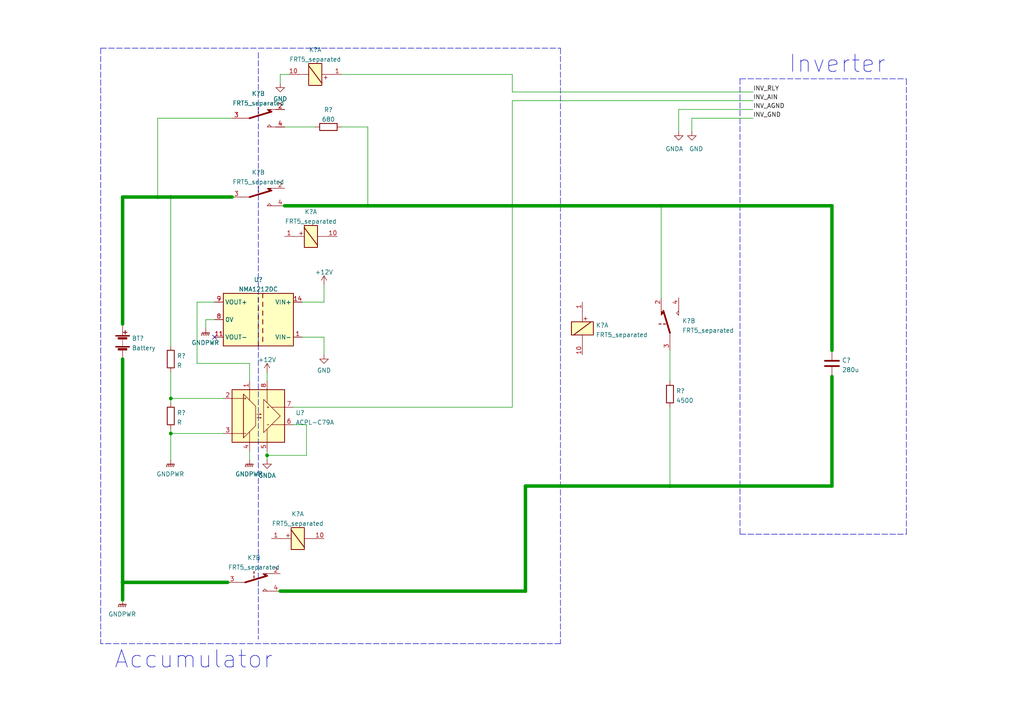
<source format=kicad_sch>
(kicad_sch (version 20210621) (generator eeschema)
  (paper "A4")
  (lib_symbols
    (symbol "Device:Battery" (pin_numbers hide) (pin_names (offset 0) hide)
      (property "Reference" "BT" (at 2.54 2.54 0))
      (property "Value" "Battery" (at 2.54 0 0))
      (symbol "Battery_0_1"
        (rectangle (start -2.032 -1.397) (end 2.032 -1.651) (fill (type outline)))
        (rectangle (start -2.032 1.778) (end 2.032 1.524) (fill (type outline)))
        (rectangle (start -1.3208 -1.9812) (end 1.27 -2.4892) (fill (type outline)))
        (rectangle (start -1.3208 1.1938) (end 1.27 0.6858) (fill (type outline)))
        (polyline (pts (xy 0 -1.524) (xy 0 -1.27)))
        (polyline (pts (xy 0 -1.016) (xy 0 -0.762)))
        (polyline (pts (xy 0 -0.508) (xy 0 -0.254)))
        (polyline (pts (xy 0 0) (xy 0 0.254)))
        (polyline (pts (xy 0 0.508) (xy 0 0.762)))
        (polyline (pts (xy 0 1.778) (xy 0 2.54)))
        (polyline (pts (xy 0.254 2.667) (xy 1.27 2.667)) (stroke (width 0.254)))
        (polyline (pts (xy 0.762 3.175) (xy 0.762 2.159)) (stroke (width 0.254)))
      )
      (symbol "Battery_1_1"
        (pin passive line (at 0 5.08 270) (length 2.54) (name "+") (number "1"))
        (pin passive line (at 0 -5.08 90) (length 2.54) (name "-") (number "2"))
      )
    )
    (symbol "Device:C" (pin_numbers hide) (pin_names (offset 0.254))
      (property "Reference" "C" (at 0.635 2.54 0))
      (property "Value" "C" (at 0.635 -2.54 0))
      (symbol "C_0_1"
        (polyline (pts (xy -2.032 -0.762) (xy 2.032 -0.762)) (stroke (width 0.508)))
        (polyline (pts (xy -2.032 0.762) (xy 2.032 0.762)) (stroke (width 0.508)))
      )
      (symbol "C_1_1"
        (pin passive line (at 0 3.81 270) (length 2.794) (name "~") (number "1"))
        (pin passive line (at 0 -3.81 90) (length 2.794) (name "~") (number "2"))
      )
    )
    (symbol "Device:R" (pin_numbers hide) (pin_names (offset 0))
      (property "Reference" "R" (at 2.032 0 90))
      (property "Value" "R" (at 0 0 90))
      (symbol "R_0_1"
        (rectangle (start -1.016 -2.54) (end 1.016 2.54) (stroke (width 0.254)))
      )
      (symbol "R_1_1"
        (pin passive line (at 0 3.81 270) (length 1.27) (name "~") (number "1"))
        (pin passive line (at 0 -3.81 90) (length 1.27) (name "~") (number "2"))
      )
    )
    (symbol "Isolator_Analog:ACPL-C79A" (pin_names (offset 0) hide)
      (property "Reference" "U" (at -5.08 10.795 0))
      (property "Value" "ACPL-C79A" (at -5.08 8.89 0))
      (symbol "ACPL-C79A_0_1"
        (rectangle (start -7.62 7.62) (end 7.62 -7.62) (stroke (width 0.254)) (fill (type background)))
        (polyline (pts (xy -7.62 -5.08) (xy -4.318 -5.08)))
        (polyline (pts (xy -7.62 5.08) (xy -4.318 5.08)))
        (polyline (pts (xy -4.318 6.35) (xy -4.318 -6.35)))
        (polyline (pts (xy -4.064 -5.08) (xy -3.556 -5.08)))
        (polyline (pts (xy -4.064 5.08) (xy -3.556 5.08)))
        (polyline (pts (xy -3.81 5.334) (xy -3.81 4.826)))
        (polyline (pts (xy -2.54 -7.62) (xy -2.54 -4.572)))
        (polyline (pts (xy -2.54 7.62) (xy -2.54 4.572)))
        (polyline (pts (xy 2.54 -7.62) (xy 2.54 -3.81)))
        (polyline (pts (xy 2.54 7.62) (xy 2.54 3.81)))
        (polyline (pts (xy 2.794 2.794) (xy 2.794 2.286)))
        (polyline (pts (xy 3.048 -2.54) (xy 2.54 -2.54)))
        (polyline (pts (xy 3.048 2.54) (xy 2.54 2.54)))
        (polyline (pts (xy 7.62 -2.54) (xy 3.81 -2.54)))
        (polyline (pts (xy 7.62 2.54) (xy 3.81 2.54)))
        (polyline (pts (xy 6.35 0) (xy 1.524 -4.826) (xy 1.524 4.826) (xy 6.35 0)))
        (polyline (pts (xy -4.318 -6.35) (xy -0.762 -2.794) (xy -0.762 2.794) (xy -4.318 6.35) (xy -4.318 -6.35)))
        (polyline (pts (xy -0.381 -0.508) (xy 0.889 -0.508) (xy 0.508 -0.635) (xy 0.508 -0.381) (xy 0.889 -0.508)))
        (polyline (pts (xy -0.381 0.508) (xy 0.889 0.508) (xy 0.508 0.381) (xy 0.508 0.635) (xy 0.889 0.508)))
      )
      (symbol "ACPL-C79A_1_1"
        (pin power_in line (at -2.54 10.16 270) (length 2.54) (name "VDD1") (number "1"))
        (pin input line (at -10.16 5.08 0) (length 2.54) (name "IN+") (number "2"))
        (pin input line (at -10.16 -5.08 0) (length 2.54) (name "IN-") (number "3"))
        (pin power_in line (at -2.54 -10.16 90) (length 2.54) (name "GND1") (number "4"))
        (pin power_in line (at 2.54 -10.16 90) (length 2.54) (name "GND2") (number "5"))
        (pin output line (at 10.16 -2.54 180) (length 2.54) (name "OUT-") (number "6"))
        (pin output line (at 10.16 2.54 180) (length 2.54) (name "OUT+") (number "7"))
        (pin power_in line (at 2.54 10.16 270) (length 2.54) (name "VDD2") (number "8"))
      )
    )
    (symbol "Regulator_Switching:NMA1212DC"
      (property "Reference" "U" (at -10.16 8.89 0))
      (property "Value" "NMA1212DC" (at -1.27 8.89 0))
      (symbol "NMA1212DC_0_1"
        (rectangle (start -10.16 7.62) (end 10.16 -7.62) (stroke (width 0.254)) (fill (type background)))
        (polyline (pts (xy -1.27 -5.08) (xy -1.27 -6.35)) (stroke (width 0.254)))
        (polyline (pts (xy -1.27 -2.54) (xy -1.27 -3.81)) (stroke (width 0.254)))
        (polyline (pts (xy -1.27 0) (xy -1.27 -1.27)) (stroke (width 0.254)))
        (polyline (pts (xy -1.27 2.54) (xy -1.27 1.27)) (stroke (width 0.254)))
        (polyline (pts (xy -1.27 5.08) (xy -1.27 3.81)) (stroke (width 0.254)))
        (polyline (pts (xy -1.27 7.62) (xy -1.27 6.35)) (stroke (width 0.254)))
        (polyline (pts (xy 0 -7.62) (xy 0 -6.35)) (stroke (width 0.254)))
        (polyline (pts (xy 0 -5.08) (xy 0 -3.81)) (stroke (width 0.254)))
        (polyline (pts (xy 0 -1.27) (xy 0 -2.54)) (stroke (width 0.254)))
        (polyline (pts (xy 0 0) (xy 0 1.27)) (stroke (width 0.254)))
        (polyline (pts (xy 0 2.54) (xy 0 3.81)) (stroke (width 0.254)))
        (polyline (pts (xy 0 5.08) (xy 0 6.35)) (stroke (width 0.254)))
      )
      (symbol "NMA1212DC_1_1"
        (pin power_in line (at -12.7 -5.08 0) (length 2.54) (name "VIN-") (number "1"))
        (pin power_out line (at 12.7 -5.08 180) (length 2.54) (name "VOUT-") (number "11"))
        (pin power_in line (at -12.7 5.08 0) (length 2.54) (name "VIN+") (number "14"))
        (pin no_connect line (at -12.7 0 0) (length 2.54) hide (name "NC") (number "7"))
        (pin power_out line (at 12.7 0 180) (length 2.54) (name "0V") (number "8"))
        (pin power_out line (at 12.7 5.08 180) (length 2.54) (name "VOUT+") (number "9"))
      )
    )
    (symbol "Relay:FRT5_separated"
      (property "Reference" "K" (at 5.08 2.54 0))
      (property "Value" "FRT5_separated" (at 5.08 0 0))
      (symbol "FRT5_separated_1_0"
        (text "+" (at 0.889 2.921 0) (effects (font (size 1.27 1.27))))
      )
      (symbol "FRT5_separated_1_1"
        (rectangle (start -3.175 1.905) (end 3.175 -1.905) (stroke (width 0.254)) (fill (type background)))
        (polyline (pts (xy -2.54 -1.905) (xy 2.54 1.905)) (stroke (width 0.254)))
        (polyline (pts (xy 0 -5.08) (xy 0 -1.905)))
        (polyline (pts (xy 0 5.08) (xy 0 1.905)))
        (pin passive line (at 0 7.62 270) (length 2.54) (name "~") (number "1"))
        (pin passive line (at 0 -7.62 90) (length 2.54) (name "~") (number "10"))
      )
      (symbol "FRT5_separated_2_1"
        (polyline (pts (xy -3.175 0) (xy -2.54 0)) (stroke (width 0.254)))
        (polyline (pts (xy -1.905 0) (xy -1.27 0)) (stroke (width 0.254)))
        (polyline (pts (xy 0 -2.54) (xy -1.905 3.81)) (stroke (width 0.508)))
        (polyline (pts (xy 0 -2.54) (xy 0 -5.08)))
        (polyline (pts (xy -2.54 5.08) (xy -2.54 2.54) (xy -1.905 3.175) (xy -2.54 3.81)) (fill (type outline)))
        (polyline (pts (xy 2.54 5.08) (xy 2.54 2.54) (xy 1.905 3.175) (xy 2.54 3.81)))
        (pin passive line (at -2.54 7.62 270) (length 2.54) (name "~") (number "2"))
        (pin passive line (at 0 -7.62 90) (length 2.54) (name "~") (number "3"))
        (pin passive line (at 2.54 7.62 270) (length 2.54) (name "~") (number "4"))
      )
      (symbol "FRT5_separated_3_1"
        (polyline (pts (xy -3.175 0) (xy -2.54 0)) (stroke (width 0.254)))
        (polyline (pts (xy -1.905 0) (xy -1.27 0)) (stroke (width 0.254)))
        (polyline (pts (xy 0 -2.54) (xy -1.905 3.81)) (stroke (width 0.508)))
        (polyline (pts (xy 0 -2.54) (xy 0 -5.08)))
        (polyline (pts (xy -2.54 5.08) (xy -2.54 2.54) (xy -1.905 3.175) (xy -2.54 3.81)) (fill (type outline)))
        (polyline (pts (xy 2.54 5.08) (xy 2.54 2.54) (xy 1.905 3.175) (xy 2.54 3.81)))
        (pin passive line (at 2.54 7.62 270) (length 2.54) (name "~") (number "7"))
        (pin passive line (at 0 -7.62 90) (length 2.54) (name "~") (number "8"))
        (pin passive line (at -2.54 7.62 270) (length 2.54) (name "~") (number "9"))
      )
    )
    (symbol "power:+12V" (power) (pin_names (offset 0))
      (property "Value" "+12V" (at 0 3.556 0))
      (symbol "+12V_0_1"
        (polyline (pts (xy -0.762 1.27) (xy 0 2.54)))
        (polyline (pts (xy 0 0) (xy 0 2.54)))
        (polyline (pts (xy 0 2.54) (xy 0.762 1.27)))
      )
      (symbol "+12V_1_1"
        (pin power_in line (at 0 0 90) (length 0) hide (name "+12V") (number "1"))
      )
    )
    (symbol "power:GND" (power) (pin_names (offset 0))
      (property "Value" "GND" (at 0 -3.81 0))
      (symbol "GND_0_1"
        (polyline (pts (xy 0 0) (xy 0 -1.27) (xy 1.27 -1.27) (xy 0 -2.54) (xy -1.27 -1.27) (xy 0 -1.27)))
      )
      (symbol "GND_1_1"
        (pin power_in line (at 0 0 270) (length 0) hide (name "GND") (number "1"))
      )
    )
    (symbol "power:GNDA" (power) (pin_names (offset 0))
      (property "Value" "GNDA" (at 0 -3.81 0))
      (symbol "GNDA_0_1"
        (polyline (pts (xy 0 0) (xy 0 -1.27) (xy 1.27 -1.27) (xy 0 -2.54) (xy -1.27 -1.27) (xy 0 -1.27)))
      )
      (symbol "GNDA_1_1"
        (pin power_in line (at 0 0 270) (length 0) hide (name "GNDA") (number "1"))
      )
    )
    (symbol "power:GNDPWR" (power) (pin_names (offset 0))
      (property "Value" "GNDPWR" (at 0 -3.302 0))
      (symbol "GNDPWR_0_1"
        (polyline (pts (xy 0 -1.27) (xy 0 0)))
        (polyline (pts (xy -1.016 -1.27) (xy -1.27 -2.032) (xy -1.27 -2.032)) (stroke (width 0.2032)))
        (polyline (pts (xy -0.508 -1.27) (xy -0.762 -2.032) (xy -0.762 -2.032)) (stroke (width 0.2032)))
        (polyline (pts (xy 0 -1.27) (xy -0.254 -2.032) (xy -0.254 -2.032)) (stroke (width 0.2032)))
        (polyline (pts (xy 0.508 -1.27) (xy 0.254 -2.032) (xy 0.254 -2.032)) (stroke (width 0.2032)))
        (polyline (pts (xy 1.016 -1.27) (xy -1.016 -1.27) (xy -1.016 -1.27)) (stroke (width 0.2032)))
        (polyline (pts (xy 1.016 -1.27) (xy 0.762 -2.032) (xy 0.762 -2.032) (xy 0.762 -2.032)) (stroke (width 0.2032)))
      )
      (symbol "GNDPWR_1_1"
        (pin power_in line (at 0 0 270) (length 0) hide (name "GNDPWR") (number "1"))
      )
    )
  )
  (junction (at 49.53 115.57))
  (junction (at 45.72 57.15))
  (junction (at 35.56 168.91))
  (junction (at 106.68 59.69))
  (junction (at 191.77 59.69))
  (junction (at 49.53 57.15))
  (junction (at 77.47 132.08))
  (junction (at 194.31 140.97))
  (junction (at 49.53 125.73))
  (no_connect (at 62.23 97.79))
  (wire (pts (xy 152.4 171.45) (xy 152.4 140.97)) (stroke (width 1)))
  (wire (pts (xy 81.28 171.45) (xy 152.4 171.45)) (stroke (width 1)))
  (wire (pts (xy 152.4 140.97) (xy 194.31 140.97)) (stroke (width 1)))
  (wire (pts (xy 35.56 168.91) (xy 35.56 173.99)) (stroke (width 1)))
  (wire (pts (xy 200.66 34.29) (xy 218.44 34.29)))
  (wire (pts (xy 62.23 87.63) (xy 57.15 87.63)))
  (wire (pts (xy 57.15 87.63) (xy 57.15 105.41)))
  (wire (pts (xy 57.15 105.41) (xy 72.39 105.41)))
  (wire (pts (xy 72.39 105.41) (xy 72.39 110.49)))
  (wire (pts (xy 93.98 82.55) (xy 93.98 87.63)))
  (wire (pts (xy 87.63 87.63) (xy 93.98 87.63)))
  (wire (pts (xy 194.31 140.97) (xy 241.3 140.97)) (stroke (width 1)))
  (wire (pts (xy 241.3 140.97) (xy 241.3 109.22)) (stroke (width 1)))
  (wire (pts (xy 81.28 21.59) (xy 81.28 24.13)))
  (wire (pts (xy 83.82 21.59) (xy 81.28 21.59)))
  (wire (pts (xy 72.39 130.81) (xy 72.39 133.35)))
  (wire (pts (xy 241.3 59.69) (xy 191.77 59.69)) (stroke (width 1)))
  (wire (pts (xy 191.77 59.69) (xy 106.68 59.69)) (stroke (width 1)))
  (wire (pts (xy 241.3 101.6) (xy 241.3 59.69)) (stroke (width 1)))
  (wire (pts (xy 194.31 101.6) (xy 194.31 110.49)))
  (wire (pts (xy 77.47 132.08) (xy 77.47 133.35)))
  (wire (pts (xy 77.47 130.81) (xy 77.47 132.08)))
  (wire (pts (xy 82.55 36.83) (xy 91.44 36.83)))
  (wire (pts (xy 148.59 26.67) (xy 218.44 26.67)))
  (polyline (pts (xy 214.63 22.86) (xy 214.63 154.94)))
  (polyline (pts (xy 262.89 154.94) (xy 262.89 22.86)))
  (polyline (pts (xy 214.63 22.86) (xy 262.89 22.86)))
  (polyline (pts (xy 214.63 154.94) (xy 262.89 154.94)))
  (wire (pts (xy 77.47 107.95) (xy 77.47 110.49)))
  (wire (pts (xy 191.77 59.69) (xy 191.77 86.36)))
  (wire (pts (xy 85.09 118.11) (xy 148.59 118.11)))
  (wire (pts (xy 148.59 118.11) (xy 148.59 29.21)))
  (wire (pts (xy 148.59 29.21) (xy 218.44 29.21)))
  (polyline (pts (xy 29.21 13.97) (xy 162.56 13.97)))
  (polyline (pts (xy 29.21 13.97) (xy 29.21 186.69)))
  (polyline (pts (xy 162.56 13.97) (xy 162.56 186.69)))
  (polyline (pts (xy 162.56 186.69) (xy 29.21 186.69)))
  (wire (pts (xy 49.53 57.15) (xy 49.53 100.33)))
  (wire (pts (xy 93.98 97.79) (xy 93.98 102.87)))
  (wire (pts (xy 87.63 97.79) (xy 93.98 97.79)))
  (wire (pts (xy 49.53 115.57) (xy 49.53 116.84)))
  (wire (pts (xy 49.53 107.95) (xy 49.53 115.57)))
  (wire (pts (xy 49.53 115.57) (xy 64.77 115.57)))
  (wire (pts (xy 194.31 118.11) (xy 194.31 140.97)))
  (wire (pts (xy 88.9 123.19) (xy 88.9 132.08)))
  (wire (pts (xy 88.9 132.08) (xy 77.47 132.08)))
  (wire (pts (xy 85.09 123.19) (xy 88.9 123.19)))
  (wire (pts (xy 49.53 125.73) (xy 64.77 125.73)))
  (wire (pts (xy 49.53 124.46) (xy 49.53 125.73)))
  (wire (pts (xy 82.55 59.69) (xy 106.68 59.69)) (stroke (width 1)))
  (wire (pts (xy 99.06 36.83) (xy 106.68 36.83)))
  (wire (pts (xy 106.68 59.69) (xy 106.68 36.83)))
  (polyline (pts (xy 74.93 15.24) (xy 74.93 185.42)))
  (wire (pts (xy 148.59 26.67) (xy 148.59 21.59)))
  (wire (pts (xy 148.59 21.59) (xy 99.06 21.59)))
  (wire (pts (xy 45.72 34.29) (xy 67.31 34.29)))
  (wire (pts (xy 45.72 57.15) (xy 45.72 34.29)))
  (wire (pts (xy 62.23 92.71) (xy 59.69 92.71)))
  (wire (pts (xy 59.69 92.71) (xy 59.69 95.25)))
  (wire (pts (xy 196.85 31.75) (xy 218.44 31.75)))
  (wire (pts (xy 200.66 34.29) (xy 200.66 38.1)))
  (wire (pts (xy 49.53 125.73) (xy 49.53 133.35)))
  (wire (pts (xy 35.56 104.14) (xy 35.56 168.91)) (stroke (width 1)))
  (wire (pts (xy 35.56 168.91) (xy 66.04 168.91)) (stroke (width 1)))
  (wire (pts (xy 35.56 57.15) (xy 45.72 57.15)) (stroke (width 1)))
  (wire (pts (xy 45.72 57.15) (xy 49.53 57.15)) (stroke (width 1)))
  (wire (pts (xy 35.56 93.98) (xy 35.56 57.15)) (stroke (width 1)))
  (wire (pts (xy 49.53 57.15) (xy 67.31 57.15)) (stroke (width 1)))
  (wire (pts (xy 196.85 38.1) (xy 196.85 31.75)))
  (text "Inverter" (at 228.6 21.59 0) (effects (font (size 5 5)) (justify left bottom)))
  (text "Accumulator" (at 33.02 194.31 0) (effects (font (size 5 5)) (justify left bottom)))
  (label "INV_AGND" (at 218.44 31.75 0))
  (label "INV_AIN" (at 218.44 29.21 0))
  (label "INV_GND" (at 218.44 34.29 0))
  (label "INV_RLY" (at 218.44 26.67 0))
  (symbol (lib_id "Relay:FRT5_separated") (at 168.91 95.25 0) (unit 1)
    (property "Reference" "K?" (at 172.847 94.3415 0) (effects (justify left)))
    (property "Value" "FRT5_separated" (at 172.847 97.1166 0) (effects (justify left)))
    (property "Footprint" "Relay_THT:Relay_DPDT_FRT5" (effects hide))
    (property "Datasheet" "https://www.elpro.org/de/index.php?controller=attachment&id_attachment=8663" (effects hide))
  )
  (symbol (lib_id "Regulator_Switching:NMA1212DC") (at 74.93 92.71 0) (mirror y) (unit 1)
    (property "Reference" "U?" (at 74.93 81.1235 0))
    (property "Value" "NMA1212DC" (at 74.93 83.8986 0))
    (property "Footprint" "Converter_DCDC:Converter_DCDC_muRata_NMAxxxxDC_THT" (effects hide))
    (property "Datasheet" "http://power.murata.com/data/power/ncl/kdc_nma.pdf" (effects hide))
  )
  (symbol (lib_id "Relay:FRT5_separated") (at 74.93 34.29 270) (unit 2)
    (property "Reference" "K?" (at 74.93 27.1484 90))
    (property "Value" "FRT5_separated" (at 74.93 29.9235 90))
    (property "Footprint" "Relay_THT:Relay_DPDT_FRT5" (effects hide))
    (property "Datasheet" "https://www.elpro.org/de/index.php?controller=attachment&id_attachment=8663" (effects hide))
  )
  (symbol (lib_id "Device:R") (at 49.53 104.14 0) (unit 1)
    (property "Reference" "R?" (at 51.308 103.2315 0) (effects (justify left)))
    (property "Value" "R" (at 51.308 106.0066 0) (effects (justify left)))
  )
  (symbol (lib_id "power:+12V") (at 77.47 107.95 0) (unit 1)
    (property "Reference" "#PWR?" (effects hide))
    (property "Value" "+12V" (at 77.47 104.3455 0))
  )
  (symbol (lib_id "power:GNDA") (at 77.47 133.35 0) (unit 1)
    (property "Reference" "#PWR?" (effects hide))
    (property "Value" "GNDA" (at 77.47 137.9124 0))
  )
  (symbol (lib_id "Relay:FRT5_separated") (at 90.17 68.58 90) (unit 1)
    (property "Reference" "K?" (at 90.17 61.4385 90))
    (property "Value" "FRT5_separated" (at 90.17 64.2136 90))
    (property "Footprint" "Relay_THT:Relay_DPDT_FRT5" (effects hide))
    (property "Datasheet" "https://www.elpro.org/de/index.php?controller=attachment&id_attachment=8663" (effects hide))
  )
  (symbol (lib_id "power:GND") (at 81.28 24.13 0) (unit 1)
    (property "Reference" "#PWR?" (effects hide))
    (property "Value" "GND" (at 81.28 28.6924 0))
  )
  (symbol (lib_id "Device:R") (at 95.25 36.83 90) (unit 1)
    (property "Reference" "R?" (at 95.25 31.8475 90))
    (property "Value" "680" (at 95.25 34.6226 90))
  )
  (symbol (lib_id "Relay:FRT5_separated") (at 91.44 21.59 270) (unit 1)
    (property "Reference" "K?" (at 91.44 14.4485 90))
    (property "Value" "FRT5_separated" (at 91.44 17.2236 90))
    (property "Footprint" "Relay_THT:Relay_DPDT_FRT5" (effects hide))
    (property "Datasheet" "https://www.elpro.org/de/index.php?controller=attachment&id_attachment=8663" (effects hide))
  )
  (symbol (lib_id "Device:C") (at 241.3 105.41 0) (unit 1) (in_bom no) (on_board no)
    (property "Reference" "C?" (at 244.221 104.5015 0) (effects (justify left)))
    (property "Value" "280u" (at 244.221 107.2766 0) (effects (justify left)))
  )
  (symbol (lib_id "power:GND") (at 200.66 38.1 0) (unit 1)
    (property "Reference" "#PWR?" (effects hide))
    (property "Value" "GND" (at 201.93 43.18 0))
  )
  (symbol (lib_id "Relay:FRT5_separated") (at 73.66 168.91 270) (unit 2)
    (property "Reference" "K?" (at 73.66 161.7684 90))
    (property "Value" "FRT5_separated" (at 73.66 164.5435 90))
    (property "Footprint" "Relay_THT:Relay_DPDT_FRT5" (effects hide))
    (property "Datasheet" "https://www.elpro.org/de/index.php?controller=attachment&id_attachment=8663" (effects hide))
  )
  (symbol (lib_id "power:GNDPWR") (at 35.56 173.99 0) (unit 1)
    (property "Reference" "#PWR?" (effects hide))
    (property "Value" "GNDPWR" (at 35.433 178.146 0))
  )
  (symbol (lib_id "power:GND") (at 93.98 102.87 0) (unit 1)
    (property "Reference" "#PWR?" (effects hide))
    (property "Value" "GND" (at 93.98 107.4324 0))
  )
  (symbol (lib_id "Isolator_Analog:ACPL-C79A") (at 74.93 120.65 0) (unit 1)
    (property "Reference" "U?" (at 85.7251 119.7415 0) (effects (justify left)))
    (property "Value" "ACPL-C79A" (at 85.7251 122.5166 0) (effects (justify left)))
    (property "Footprint" "Package_SO:SSO-8_6.8x5.9mm_P1.27mm_Clearance8mm" (effects hide))
    (property "Datasheet" "http://docs.avagotech.com/docs/AV02-2460EN" (effects hide))
  )
  (symbol (lib_id "power:+12V") (at 93.98 82.55 0) (unit 1)
    (property "Reference" "#PWR?" (effects hide))
    (property "Value" "+12V" (at 93.98 78.9455 0))
  )
  (symbol (lib_id "Relay:FRT5_separated") (at 74.93 57.15 270) (unit 2)
    (property "Reference" "K?" (at 74.93 50.0084 90))
    (property "Value" "FRT5_separated" (at 74.93 52.7835 90))
    (property "Footprint" "Relay_THT:Relay_DPDT_FRT5" (effects hide))
    (property "Datasheet" "https://www.elpro.org/de/index.php?controller=attachment&id_attachment=8663" (effects hide))
  )
  (symbol (lib_id "Device:R") (at 194.31 114.3 0) (unit 1)
    (property "Reference" "R?" (at 196.088 113.3915 0) (effects (justify left)))
    (property "Value" "4500" (at 196.088 116.1666 0) (effects (justify left)))
  )
  (symbol (lib_id "power:GNDA") (at 196.85 38.1 0) (unit 1)
    (property "Reference" "#PWR?" (effects hide))
    (property "Value" "GNDA" (at 195.58 43.18 0))
  )
  (symbol (lib_id "Device:R") (at 49.53 120.65 0) (unit 1)
    (property "Reference" "R?" (at 51.308 119.7415 0) (effects (justify left)))
    (property "Value" "R" (at 51.308 122.5166 0) (effects (justify left)))
  )
  (symbol (lib_id "Device:Battery") (at 35.56 99.06 0) (unit 1)
    (property "Reference" "BT?" (at 38.227 98.1515 0) (effects (justify left)))
    (property "Value" "Battery" (at 38.227 100.9266 0) (effects (justify left)))
  )
  (symbol (lib_id "power:GNDPWR") (at 59.69 95.25 0) (unit 1)
    (property "Reference" "#PWR?" (effects hide))
    (property "Value" "GNDPWR" (at 59.563 99.406 0))
  )
  (symbol (lib_id "power:GNDPWR") (at 72.39 133.35 0) (unit 1)
    (property "Reference" "#PWR?" (effects hide))
    (property "Value" "GNDPWR" (at 72.263 137.506 0))
  )
  (symbol (lib_id "Relay:FRT5_separated") (at 86.36 156.21 90) (unit 1)
    (property "Reference" "K?" (at 86.36 149.0685 90))
    (property "Value" "FRT5_separated" (at 86.36 151.8436 90))
    (property "Footprint" "Relay_THT:Relay_DPDT_FRT5" (effects hide))
    (property "Datasheet" "https://www.elpro.org/de/index.php?controller=attachment&id_attachment=8663" (effects hide))
  )
  (symbol (lib_id "Relay:FRT5_separated") (at 194.31 93.98 0) (unit 2)
    (property "Reference" "K?" (at 197.8661 93.0715 0) (effects (justify left)))
    (property "Value" "FRT5_separated" (at 197.8661 95.8466 0) (effects (justify left)))
    (property "Footprint" "Relay_THT:Relay_DPDT_FRT5" (effects hide))
    (property "Datasheet" "https://www.elpro.org/de/index.php?controller=attachment&id_attachment=8663" (effects hide))
  )
  (symbol (lib_id "power:GNDPWR") (at 49.53 133.35 0) (unit 1)
    (property "Reference" "#PWR?" (effects hide))
    (property "Value" "GNDPWR" (at 49.403 137.506 0))
  )
)
</source>
